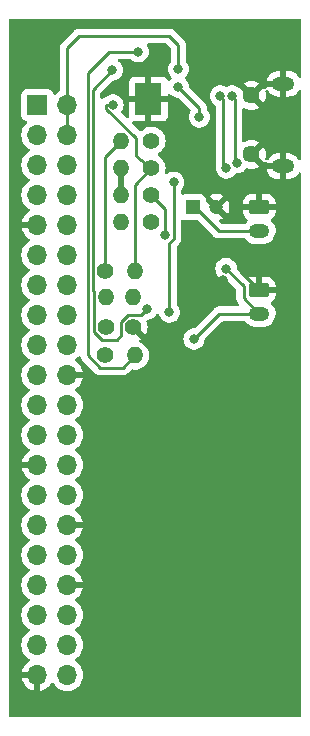
<source format=gbr>
%TF.GenerationSoftware,KiCad,Pcbnew,7.0.2*%
%TF.CreationDate,2024-02-22T17:54:16+01:00*%
%TF.ProjectId,flowsense,666c6f77-7365-46e7-9365-2e6b69636164,rev?*%
%TF.SameCoordinates,Original*%
%TF.FileFunction,Copper,L1,Top*%
%TF.FilePolarity,Positive*%
%FSLAX46Y46*%
G04 Gerber Fmt 4.6, Leading zero omitted, Abs format (unit mm)*
G04 Created by KiCad (PCBNEW 7.0.2) date 2024-02-22 17:54:16*
%MOMM*%
%LPD*%
G01*
G04 APERTURE LIST*
G04 Aperture macros list*
%AMRoundRect*
0 Rectangle with rounded corners*
0 $1 Rounding radius*
0 $2 $3 $4 $5 $6 $7 $8 $9 X,Y pos of 4 corners*
0 Add a 4 corners polygon primitive as box body*
4,1,4,$2,$3,$4,$5,$6,$7,$8,$9,$2,$3,0*
0 Add four circle primitives for the rounded corners*
1,1,$1+$1,$2,$3*
1,1,$1+$1,$4,$5*
1,1,$1+$1,$6,$7*
1,1,$1+$1,$8,$9*
0 Add four rect primitives between the rounded corners*
20,1,$1+$1,$2,$3,$4,$5,0*
20,1,$1+$1,$4,$5,$6,$7,0*
20,1,$1+$1,$6,$7,$8,$9,0*
20,1,$1+$1,$8,$9,$2,$3,0*%
G04 Aperture macros list end*
%TA.AperFunction,ComponentPad*%
%ADD10R,1.700000X1.700000*%
%TD*%
%TA.AperFunction,ComponentPad*%
%ADD11O,1.700000X1.700000*%
%TD*%
%TA.AperFunction,ComponentPad*%
%ADD12C,1.400000*%
%TD*%
%TA.AperFunction,ComponentPad*%
%ADD13O,1.400000X1.400000*%
%TD*%
%TA.AperFunction,ComponentPad*%
%ADD14O,1.900000X1.200000*%
%TD*%
%TA.AperFunction,ComponentPad*%
%ADD15C,1.450000*%
%TD*%
%TA.AperFunction,ComponentPad*%
%ADD16RoundRect,0.250000X-0.625000X0.350000X-0.625000X-0.350000X0.625000X-0.350000X0.625000X0.350000X0*%
%TD*%
%TA.AperFunction,ComponentPad*%
%ADD17O,1.750000X1.200000*%
%TD*%
%TA.AperFunction,ComponentPad*%
%ADD18R,1.200000X1.200000*%
%TD*%
%TA.AperFunction,ComponentPad*%
%ADD19C,1.200000*%
%TD*%
%TA.AperFunction,ComponentPad*%
%ADD20C,0.600000*%
%TD*%
%TA.AperFunction,SMDPad,CuDef*%
%ADD21R,2.300000X2.800000*%
%TD*%
%TA.AperFunction,ViaPad*%
%ADD22C,0.800000*%
%TD*%
%TA.AperFunction,Conductor*%
%ADD23C,0.250000*%
%TD*%
G04 APERTURE END LIST*
D10*
%TO.P,J1,1,Pin_1*%
%TO.N,unconnected-(J1-Pin_1-Pad1)*%
X64008000Y-39624000D03*
D11*
%TO.P,J1,2,Pin_2*%
%TO.N,+5V*%
X66548000Y-39624000D03*
%TO.P,J1,3,Pin_3*%
%TO.N,Net-(D_REC1-A)*%
X64008000Y-42164000D03*
%TO.P,J1,4,Pin_4*%
%TO.N,+5V*%
X66548000Y-42164000D03*
%TO.P,J1,5,Pin_5*%
%TO.N,unconnected-(J1-Pin_5-Pad5)*%
X64008000Y-44704000D03*
%TO.P,J1,6,Pin_6*%
%TO.N,GND*%
X66548000Y-44704000D03*
%TO.P,J1,7,Pin_7*%
%TO.N,unconnected-(J1-Pin_7-Pad7)*%
X64008000Y-47244000D03*
%TO.P,J1,8,Pin_8*%
%TO.N,unconnected-(J1-Pin_8-Pad8)*%
X66548000Y-47244000D03*
%TO.P,J1,9,Pin_9*%
%TO.N,GND*%
X64008000Y-49784000D03*
%TO.P,J1,10,Pin_10*%
%TO.N,unconnected-(J1-Pin_10-Pad10)*%
X66548000Y-49784000D03*
%TO.P,J1,11,Pin_11*%
%TO.N,unconnected-(J1-Pin_11-Pad11)*%
X64008000Y-52324000D03*
%TO.P,J1,12,Pin_12*%
%TO.N,unconnected-(J1-Pin_12-Pad12)*%
X66548000Y-52324000D03*
%TO.P,J1,13,Pin_13*%
%TO.N,unconnected-(J1-Pin_13-Pad13)*%
X64008000Y-54864000D03*
%TO.P,J1,14,Pin_14*%
%TO.N,GND*%
X66548000Y-54864000D03*
%TO.P,J1,15,Pin_15*%
%TO.N,unconnected-(J1-Pin_15-Pad15)*%
X64008000Y-57404000D03*
%TO.P,J1,16,Pin_16*%
%TO.N,unconnected-(J1-Pin_16-Pad16)*%
X66548000Y-57404000D03*
%TO.P,J1,17,Pin_17*%
%TO.N,unconnected-(J1-Pin_17-Pad17)*%
X64008000Y-59944000D03*
%TO.P,J1,18,Pin_18*%
%TO.N,unconnected-(J1-Pin_18-Pad18)*%
X66548000Y-59944000D03*
%TO.P,J1,19,Pin_19*%
%TO.N,unconnected-(J1-Pin_19-Pad19)*%
X64008000Y-62484000D03*
%TO.P,J1,20,Pin_20*%
%TO.N,GND*%
X66548000Y-62484000D03*
%TO.P,J1,21,Pin_21*%
%TO.N,unconnected-(J1-Pin_21-Pad21)*%
X64008000Y-65024000D03*
%TO.P,J1,22,Pin_22*%
%TO.N,unconnected-(J1-Pin_22-Pad22)*%
X66548000Y-65024000D03*
%TO.P,J1,23,Pin_23*%
%TO.N,unconnected-(J1-Pin_23-Pad23)*%
X64008000Y-67564000D03*
%TO.P,J1,24,Pin_24*%
%TO.N,unconnected-(J1-Pin_24-Pad24)*%
X66548000Y-67564000D03*
%TO.P,J1,25,Pin_25*%
%TO.N,GND*%
X64008000Y-70104000D03*
%TO.P,J1,26,Pin_26*%
%TO.N,unconnected-(J1-Pin_26-Pad26)*%
X66548000Y-70104000D03*
%TO.P,J1,27,Pin_27*%
%TO.N,unconnected-(J1-Pin_27-Pad27)*%
X64008000Y-72644000D03*
%TO.P,J1,28,Pin_28*%
%TO.N,unconnected-(J1-Pin_28-Pad28)*%
X66548000Y-72644000D03*
%TO.P,J1,29,Pin_29*%
%TO.N,unconnected-(J1-Pin_29-Pad29)*%
X64008000Y-75184000D03*
%TO.P,J1,30,Pin_30*%
%TO.N,GND*%
X66548000Y-75184000D03*
%TO.P,J1,31,Pin_31*%
%TO.N,unconnected-(J1-Pin_31-Pad31)*%
X64008000Y-77724000D03*
%TO.P,J1,32,Pin_32*%
%TO.N,unconnected-(J1-Pin_32-Pad32)*%
X66548000Y-77724000D03*
%TO.P,J1,33,Pin_33*%
%TO.N,unconnected-(J1-Pin_33-Pad33)*%
X64008000Y-80264000D03*
%TO.P,J1,34,Pin_34*%
%TO.N,GND*%
X66548000Y-80264000D03*
%TO.P,J1,35,Pin_35*%
%TO.N,unconnected-(J1-Pin_35-Pad35)*%
X64008000Y-82804000D03*
%TO.P,J1,36,Pin_36*%
%TO.N,unconnected-(J1-Pin_36-Pad36)*%
X66548000Y-82804000D03*
%TO.P,J1,37,Pin_37*%
%TO.N,unconnected-(J1-Pin_37-Pad37)*%
X64008000Y-85344000D03*
%TO.P,J1,38,Pin_38*%
%TO.N,unconnected-(J1-Pin_38-Pad38)*%
X66548000Y-85344000D03*
%TO.P,J1,39,Pin_39*%
%TO.N,GND*%
X64008000Y-87884000D03*
%TO.P,J1,40,Pin_40*%
%TO.N,unconnected-(J1-Pin_40-Pad40)*%
X66548000Y-87884000D03*
%TD*%
D12*
%TO.P,R8,1*%
%TO.N,Net-(U2-FB)*%
X73660000Y-45000000D03*
D13*
%TO.P,R8,2*%
%TO.N,GND*%
X71120000Y-45000000D03*
%TD*%
D12*
%TO.P,R6,1*%
%TO.N,Net-(U2-PG)*%
X73660000Y-42672000D03*
D13*
%TO.P,R6,2*%
%TO.N,+5V*%
X71120000Y-42672000D03*
%TD*%
D12*
%TO.P,R4,1*%
%TO.N,VDD*%
X69850000Y-58420000D03*
D13*
%TO.P,R4,2*%
%TO.N,Net-(D2-A)*%
X69850000Y-55880000D03*
%TD*%
D14*
%TO.P,J3,6,Shield*%
%TO.N,GND*%
X84836000Y-37815000D03*
D15*
X82136000Y-38815000D03*
X82136000Y-43815000D03*
D14*
X84836000Y-44815000D03*
%TD*%
D12*
%TO.P,R2,1*%
%TO.N,GND*%
X73660000Y-49530000D03*
D13*
%TO.P,R2,2*%
%TO.N,Net-(U1-ISET)*%
X71120000Y-49530000D03*
%TD*%
D12*
%TO.P,R3,1*%
%TO.N,VDD*%
X69723000Y-60833000D03*
D13*
%TO.P,R3,2*%
%TO.N,Net-(D1-A)*%
X72263000Y-60833000D03*
%TD*%
D12*
%TO.P,R1,1*%
%TO.N,GND*%
X72136000Y-58420000D03*
D13*
%TO.P,R1,2*%
%TO.N,Net-(U1-ILIM)*%
X72136000Y-55880000D03*
%TD*%
D12*
%TO.P,R5,1*%
%TO.N,Net-(U1-TS)*%
X73660000Y-47244000D03*
D13*
%TO.P,R5,2*%
%TO.N,GND*%
X71120000Y-47244000D03*
%TD*%
D16*
%TO.P,BATT,1,Pin_1*%
%TO.N,GND*%
X82804000Y-48292000D03*
D17*
%TO.P,BATT,2,Pin_2*%
%TO.N,+BATT*%
X82804000Y-50292000D03*
%TD*%
D16*
%TO.P,SOLAR,1,Pin_1*%
%TO.N,GND*%
X82804000Y-55302400D03*
D17*
%TO.P,SOLAR,2,Pin_2*%
%TO.N,VDD*%
X82804000Y-57302400D03*
%TD*%
D12*
%TO.P,R7,1*%
%TO.N,+5V*%
X69747600Y-53695600D03*
D13*
%TO.P,R7,2*%
%TO.N,Net-(U2-FB)*%
X72287600Y-53695600D03*
%TD*%
D18*
%TO.P,C1,1*%
%TO.N,+BATT*%
X77165200Y-48260000D03*
D19*
%TO.P,C1,2*%
%TO.N,GND*%
X79165200Y-48260000D03*
%TD*%
D20*
%TO.P,U2,11,GND*%
%TO.N,GND*%
X73910000Y-39866000D03*
X73910000Y-38366000D03*
X73410000Y-39116000D03*
D21*
X73410000Y-39116000D03*
D20*
X72910000Y-39866000D03*
X72910000Y-38366000D03*
%TD*%
D22*
%TO.N,GND*%
X78028800Y-55118000D03*
X79760299Y-54453301D03*
X76873700Y-51460400D03*
%TO.N,VDD*%
X79988300Y-53480153D03*
X77271000Y-59445000D03*
%TO.N,Net-(D1-K)*%
X70358000Y-36677600D03*
X73304400Y-56896000D03*
%TO.N,Net-(D1-A)*%
X72542400Y-35102800D03*
%TO.N,+5V*%
X75946000Y-36576000D03*
%TO.N,Net-(D2-K)*%
X79502000Y-38862000D03*
X80010000Y-44958000D03*
%TO.N,Net-(D2-A)*%
X80903982Y-44511010D03*
X80501503Y-38862000D03*
%TO.N,Net-(U2-EN)*%
X75184000Y-57150000D03*
X75539600Y-46177200D03*
%TO.N,Net-(L1-Pad2)*%
X77724000Y-40640000D03*
X75946000Y-38100000D03*
%TO.N,Net-(U1-TS)*%
X74839342Y-50636060D03*
%TO.N,Net-(U2-FB)*%
X70395500Y-39624000D03*
%TD*%
D23*
%TO.N,GND*%
X79760299Y-54453301D02*
X79095600Y-55118000D01*
X81185405Y-51460400D02*
X81185405Y-53683805D01*
X81185405Y-53683805D02*
X82804000Y-55302400D01*
X79095600Y-55118000D02*
X78028800Y-55118000D01*
X76873700Y-51460400D02*
X81185405Y-51460400D01*
%TO.N,+BATT*%
X77317600Y-48260000D02*
X79349600Y-50292000D01*
X79349600Y-50292000D02*
X82804000Y-50292000D01*
X77165200Y-48260000D02*
X77317600Y-48260000D01*
%TO.N,VDD*%
X79413600Y-57302400D02*
X82804000Y-57302400D01*
X81483200Y-55981600D02*
X82804000Y-57302400D01*
X77271000Y-59445000D02*
X79413600Y-57302400D01*
X79988300Y-53480153D02*
X81483200Y-54975053D01*
X81483200Y-54975053D02*
X81483200Y-55981600D01*
%TO.N,Net-(D1-K)*%
X70713600Y-59486800D02*
X69467231Y-59486800D01*
X68722600Y-38313000D02*
X70358000Y-36677600D01*
X71111000Y-59089400D02*
X70713600Y-59486800D01*
X73304400Y-56896000D02*
X72805400Y-57395000D01*
X68722600Y-55329400D02*
X68722600Y-38313000D01*
X68825000Y-58844569D02*
X68825000Y-55431800D01*
X72805400Y-57395000D02*
X71711431Y-57395000D01*
X69467231Y-59486800D02*
X68825000Y-58844569D01*
X68825000Y-55431800D02*
X68722600Y-55329400D01*
X71111000Y-57995431D02*
X71111000Y-59089400D01*
X71711431Y-57395000D02*
X71111000Y-57995431D01*
%TO.N,Net-(D1-A)*%
X68272600Y-36934200D02*
X68272600Y-60832169D01*
X68272600Y-60832169D02*
X69298431Y-61858000D01*
X70104000Y-35102800D02*
X68272600Y-36934200D01*
X71238000Y-61858000D02*
X72263000Y-60833000D01*
X72542400Y-35102800D02*
X70104000Y-35102800D01*
X69298431Y-61858000D02*
X71238000Y-61858000D01*
%TO.N,+5V*%
X75946000Y-36576000D02*
X75946000Y-34544000D01*
X67056000Y-42672000D02*
X66548000Y-42164000D01*
X75184000Y-33782000D02*
X67564000Y-33782000D01*
X75946000Y-34544000D02*
X75184000Y-33782000D01*
X66548000Y-34798000D02*
X66548000Y-39624000D01*
X66548000Y-42164000D02*
X66548000Y-39624000D01*
X69747600Y-53695600D02*
X69747600Y-44044400D01*
X67564000Y-33782000D02*
X66548000Y-34798000D01*
X69747600Y-44044400D02*
X71120000Y-42672000D01*
%TO.N,Net-(D2-K)*%
X79756000Y-44704000D02*
X79756000Y-39624000D01*
X80010000Y-44958000D02*
X79756000Y-44704000D01*
X79756000Y-39116000D02*
X79502000Y-38862000D01*
X79756000Y-39624000D02*
X79756000Y-39116000D01*
%TO.N,Net-(D2-A)*%
X80735000Y-39095497D02*
X80735000Y-44342028D01*
X80501503Y-38862000D02*
X80735000Y-39095497D01*
X80735000Y-44342028D02*
X80903982Y-44511010D01*
%TO.N,Net-(U2-EN)*%
X75184000Y-51316707D02*
X75564342Y-50936365D01*
X75564342Y-50936365D02*
X75564342Y-46201942D01*
X75564342Y-46201942D02*
X75539600Y-46177200D01*
X75184000Y-57150000D02*
X75184000Y-51316707D01*
%TO.N,Net-(L1-Pad2)*%
X75946000Y-38100000D02*
X77724000Y-39878000D01*
X77724000Y-39878000D02*
X77724000Y-40640000D01*
%TO.N,Net-(U1-TS)*%
X74839342Y-48423342D02*
X73660000Y-47244000D01*
X74839342Y-50636060D02*
X74839342Y-48423342D01*
%TO.N,Net-(U2-FB)*%
X73660000Y-45000000D02*
X72390000Y-43942000D01*
X72287600Y-46372400D02*
X72287600Y-53695600D01*
X69850000Y-39922000D02*
X69850000Y-39624000D01*
X69850000Y-39624000D02*
X70395500Y-39624000D01*
X72390000Y-42418000D02*
X69850000Y-39922000D01*
X72390000Y-43942000D02*
X72390000Y-42418000D01*
X73660000Y-45000000D02*
X72287600Y-46372400D01*
%TD*%
%TA.AperFunction,Conductor*%
%TO.N,GND*%
G36*
X71370000Y-46995061D02*
G01*
X71288885Y-46931928D01*
X71178405Y-46894000D01*
X71090995Y-46894000D01*
X71004784Y-46908386D01*
X70902053Y-46963981D01*
X70870000Y-46998799D01*
X70870000Y-45248938D01*
X70951115Y-45312072D01*
X71061595Y-45350000D01*
X71149005Y-45350000D01*
X71235216Y-45335614D01*
X71337947Y-45280019D01*
X71370000Y-45245200D01*
X71370000Y-46995061D01*
G37*
%TD.AperFunction*%
%TA.AperFunction,Conductor*%
G36*
X86302539Y-32328985D02*
G01*
X86348294Y-32381789D01*
X86359500Y-32433300D01*
X86359500Y-37178676D01*
X86339815Y-37245715D01*
X86287011Y-37291470D01*
X86217853Y-37301414D01*
X86154297Y-37272389D01*
X86134493Y-37250604D01*
X86021105Y-37091376D01*
X85869066Y-36946407D01*
X85692344Y-36832833D01*
X85497314Y-36754755D01*
X85291038Y-36715000D01*
X85086000Y-36715000D01*
X85086000Y-37515000D01*
X84586000Y-37515000D01*
X84586000Y-36715000D01*
X84436550Y-36715000D01*
X84430640Y-36715281D01*
X84276879Y-36729964D01*
X84075312Y-36789149D01*
X83888587Y-36885412D01*
X83723461Y-37015269D01*
X83585888Y-37174036D01*
X83480853Y-37355963D01*
X83412143Y-37554488D01*
X83410631Y-37564999D01*
X83410632Y-37565000D01*
X84319889Y-37565000D01*
X84280390Y-37589457D01*
X84212799Y-37678962D01*
X84182105Y-37786840D01*
X84192454Y-37898521D01*
X84242448Y-37998922D01*
X84314931Y-38065000D01*
X83414742Y-38065000D01*
X83423276Y-38100180D01*
X83419951Y-38169971D01*
X83379422Y-38226885D01*
X83314557Y-38252853D01*
X83245950Y-38239629D01*
X83201195Y-38200537D01*
X83161172Y-38143378D01*
X82555804Y-38748747D01*
X82545238Y-38682031D01*
X82484118Y-38562077D01*
X82388923Y-38466882D01*
X82268969Y-38405762D01*
X82202251Y-38395195D01*
X82807620Y-37789825D01*
X82750837Y-37750066D01*
X82556576Y-37659480D01*
X82349529Y-37604002D01*
X82135999Y-37585320D01*
X81922470Y-37604002D01*
X81715422Y-37659480D01*
X81521161Y-37750066D01*
X81464378Y-37789824D01*
X82069748Y-38395194D01*
X82003031Y-38405762D01*
X81883077Y-38466882D01*
X81787882Y-38562077D01*
X81726762Y-38682031D01*
X81716195Y-38748748D01*
X81110825Y-38143378D01*
X81097749Y-38144523D01*
X81029249Y-38130757D01*
X81014064Y-38121318D01*
X80959615Y-38081759D01*
X80954229Y-38077846D01*
X80781305Y-38000855D01*
X80596151Y-37961500D01*
X80596149Y-37961500D01*
X80406857Y-37961500D01*
X80406855Y-37961500D01*
X80221700Y-38000855D01*
X80052187Y-38076328D01*
X79982937Y-38085613D01*
X79951315Y-38076328D01*
X79781802Y-38000855D01*
X79596648Y-37961500D01*
X79596646Y-37961500D01*
X79407354Y-37961500D01*
X79407352Y-37961500D01*
X79222197Y-38000855D01*
X79049269Y-38077848D01*
X78896129Y-38189110D01*
X78769466Y-38329783D01*
X78674820Y-38493715D01*
X78616326Y-38673742D01*
X78596540Y-38862000D01*
X78616326Y-39050257D01*
X78674820Y-39230284D01*
X78769466Y-39394216D01*
X78896129Y-39534889D01*
X79023750Y-39627610D01*
X79049270Y-39646151D01*
X79056934Y-39649563D01*
X79110171Y-39694811D01*
X79130494Y-39761660D01*
X79130500Y-39762843D01*
X79130500Y-44621256D01*
X79128235Y-44641766D01*
X79130439Y-44711872D01*
X79130500Y-44715767D01*
X79130500Y-44731102D01*
X79124432Y-44769418D01*
X79124325Y-44769744D01*
X79110791Y-44898521D01*
X79104540Y-44958000D01*
X79108841Y-44998922D01*
X79124326Y-45146257D01*
X79182820Y-45326284D01*
X79277466Y-45490216D01*
X79404129Y-45630889D01*
X79557269Y-45742151D01*
X79730197Y-45819144D01*
X79915352Y-45858500D01*
X79915354Y-45858500D01*
X80104648Y-45858500D01*
X80228084Y-45832262D01*
X80289803Y-45819144D01*
X80462730Y-45742151D01*
X80485278Y-45725769D01*
X80615870Y-45630889D01*
X80615871Y-45630888D01*
X80742533Y-45490216D01*
X80747722Y-45481227D01*
X80752178Y-45473511D01*
X80802744Y-45425295D01*
X80859565Y-45411510D01*
X80998630Y-45411510D01*
X81131751Y-45383214D01*
X81183785Y-45372154D01*
X81356712Y-45295161D01*
X81377553Y-45280019D01*
X81509852Y-45183899D01*
X81608370Y-45074484D01*
X81636515Y-45043226D01*
X81636515Y-45043224D01*
X81645236Y-45033540D01*
X81646248Y-45034451D01*
X81686424Y-44996139D01*
X81755030Y-44982911D01*
X81775346Y-44986575D01*
X81922470Y-45025997D01*
X82135999Y-45044679D01*
X82349529Y-45025997D01*
X82556578Y-44970518D01*
X82750837Y-44879934D01*
X82807619Y-44840173D01*
X82202251Y-44234805D01*
X82268969Y-44224238D01*
X82388923Y-44163118D01*
X82484118Y-44067923D01*
X82545238Y-43947969D01*
X82555804Y-43881251D01*
X83161173Y-44486619D01*
X83194890Y-44438469D01*
X83249467Y-44394845D01*
X83318966Y-44387653D01*
X83381320Y-44419176D01*
X83416733Y-44479406D01*
X83413962Y-44549221D01*
X83413645Y-44550147D01*
X83412144Y-44554484D01*
X83410631Y-44564999D01*
X83410632Y-44565000D01*
X84319889Y-44565000D01*
X84280390Y-44589457D01*
X84212799Y-44678962D01*
X84182105Y-44786840D01*
X84192454Y-44898521D01*
X84242448Y-44998922D01*
X84314931Y-45065000D01*
X83414742Y-45065000D01*
X83441770Y-45176410D01*
X83529039Y-45367505D01*
X83650892Y-45538621D01*
X83802933Y-45683592D01*
X83979655Y-45797166D01*
X84174685Y-45875244D01*
X84380962Y-45915000D01*
X84586000Y-45915000D01*
X84586000Y-45115000D01*
X85086000Y-45115000D01*
X85086000Y-45915000D01*
X85235450Y-45915000D01*
X85241359Y-45914718D01*
X85395120Y-45900035D01*
X85596687Y-45840850D01*
X85783412Y-45744587D01*
X85948538Y-45614730D01*
X86086112Y-45455961D01*
X86128113Y-45383214D01*
X86178679Y-45334998D01*
X86247286Y-45321774D01*
X86312151Y-45347742D01*
X86352680Y-45404656D01*
X86359500Y-45445213D01*
X86359500Y-91315500D01*
X86339815Y-91382539D01*
X86287011Y-91428294D01*
X86235500Y-91439500D01*
X61719500Y-91439500D01*
X61652461Y-91419815D01*
X61606706Y-91367011D01*
X61595500Y-91315500D01*
X61595500Y-85343999D01*
X62652340Y-85343999D01*
X62672936Y-85579407D01*
X62717709Y-85746501D01*
X62734097Y-85807663D01*
X62833965Y-86021830D01*
X62969505Y-86215401D01*
X63136599Y-86382495D01*
X63322596Y-86512732D01*
X63366219Y-86567307D01*
X63373412Y-86636806D01*
X63341890Y-86699160D01*
X63322595Y-86715880D01*
X63136919Y-86845892D01*
X62969890Y-87012921D01*
X62834400Y-87206421D01*
X62734569Y-87420507D01*
X62677364Y-87633999D01*
X62677364Y-87634000D01*
X63574314Y-87634000D01*
X63548507Y-87674156D01*
X63508000Y-87812111D01*
X63508000Y-87955889D01*
X63548507Y-88093844D01*
X63574314Y-88134000D01*
X62677364Y-88134000D01*
X62734569Y-88347492D01*
X62834399Y-88561576D01*
X62969893Y-88755081D01*
X63136918Y-88922106D01*
X63330423Y-89057600D01*
X63544509Y-89157430D01*
X63758000Y-89214634D01*
X63758000Y-88319501D01*
X63865685Y-88368680D01*
X63972237Y-88384000D01*
X64043763Y-88384000D01*
X64150315Y-88368680D01*
X64257999Y-88319501D01*
X64257999Y-89214633D01*
X64471491Y-89157430D01*
X64685576Y-89057600D01*
X64879081Y-88922106D01*
X65046109Y-88755078D01*
X65176119Y-88569405D01*
X65230696Y-88525780D01*
X65300194Y-88518586D01*
X65362549Y-88550109D01*
X65379265Y-88569400D01*
X65509505Y-88755401D01*
X65676599Y-88922495D01*
X65870170Y-89058035D01*
X66084337Y-89157903D01*
X66296059Y-89214633D01*
X66312592Y-89219063D01*
X66547999Y-89239659D01*
X66547999Y-89239658D01*
X66548000Y-89239659D01*
X66783408Y-89219063D01*
X67011663Y-89157903D01*
X67225830Y-89058035D01*
X67419401Y-88922495D01*
X67586495Y-88755401D01*
X67722035Y-88561830D01*
X67821903Y-88347663D01*
X67883063Y-88119408D01*
X67903659Y-87884000D01*
X67883063Y-87648592D01*
X67821903Y-87420337D01*
X67722035Y-87206171D01*
X67586495Y-87012599D01*
X67419401Y-86845505D01*
X67233839Y-86715573D01*
X67190216Y-86660998D01*
X67183022Y-86591500D01*
X67214545Y-86529145D01*
X67233837Y-86512428D01*
X67419401Y-86382495D01*
X67586495Y-86215401D01*
X67722035Y-86021830D01*
X67821903Y-85807663D01*
X67883063Y-85579408D01*
X67903659Y-85344000D01*
X67883063Y-85108592D01*
X67821903Y-84880337D01*
X67722035Y-84666171D01*
X67586495Y-84472599D01*
X67419401Y-84305505D01*
X67233839Y-84175573D01*
X67190215Y-84120997D01*
X67183023Y-84051498D01*
X67214545Y-83989144D01*
X67233831Y-83972432D01*
X67419401Y-83842495D01*
X67586495Y-83675401D01*
X67722035Y-83481830D01*
X67821903Y-83267663D01*
X67883063Y-83039408D01*
X67903659Y-82804000D01*
X67883063Y-82568592D01*
X67821903Y-82340337D01*
X67722035Y-82126171D01*
X67586495Y-81932599D01*
X67419401Y-81765505D01*
X67233402Y-81635267D01*
X67189780Y-81580692D01*
X67182587Y-81511193D01*
X67214109Y-81448839D01*
X67233405Y-81432119D01*
X67419078Y-81302109D01*
X67586106Y-81135081D01*
X67721600Y-80941576D01*
X67821430Y-80727492D01*
X67878636Y-80514000D01*
X66981686Y-80514000D01*
X67007493Y-80473844D01*
X67048000Y-80335889D01*
X67048000Y-80192111D01*
X67007493Y-80054156D01*
X66981686Y-80014000D01*
X67878636Y-80014000D01*
X67878635Y-80013999D01*
X67821430Y-79800507D01*
X67721599Y-79586421D01*
X67586109Y-79392921D01*
X67419081Y-79225893D01*
X67233404Y-79095880D01*
X67189780Y-79041303D01*
X67182587Y-78971804D01*
X67214109Y-78909450D01*
X67233399Y-78892734D01*
X67419401Y-78762495D01*
X67586495Y-78595401D01*
X67722035Y-78401830D01*
X67821903Y-78187663D01*
X67883063Y-77959408D01*
X67903659Y-77724000D01*
X67883063Y-77488592D01*
X67821903Y-77260337D01*
X67722035Y-77046171D01*
X67586495Y-76852599D01*
X67419401Y-76685505D01*
X67233402Y-76555267D01*
X67189780Y-76500692D01*
X67182587Y-76431193D01*
X67214109Y-76368839D01*
X67233405Y-76352119D01*
X67419078Y-76222109D01*
X67586106Y-76055081D01*
X67721600Y-75861576D01*
X67821430Y-75647492D01*
X67878636Y-75434000D01*
X66981686Y-75434000D01*
X67007493Y-75393844D01*
X67048000Y-75255889D01*
X67048000Y-75112111D01*
X67007493Y-74974156D01*
X66981686Y-74934000D01*
X67878636Y-74934000D01*
X67878635Y-74933999D01*
X67821430Y-74720507D01*
X67721599Y-74506421D01*
X67586109Y-74312921D01*
X67419081Y-74145893D01*
X67233404Y-74015880D01*
X67189780Y-73961303D01*
X67182587Y-73891804D01*
X67214109Y-73829450D01*
X67233399Y-73812734D01*
X67419401Y-73682495D01*
X67586495Y-73515401D01*
X67722035Y-73321830D01*
X67821903Y-73107663D01*
X67883063Y-72879408D01*
X67903659Y-72644000D01*
X67883063Y-72408592D01*
X67821903Y-72180337D01*
X67722035Y-71966171D01*
X67586495Y-71772599D01*
X67419401Y-71605505D01*
X67233839Y-71475573D01*
X67190216Y-71420998D01*
X67183022Y-71351500D01*
X67214545Y-71289145D01*
X67233837Y-71272428D01*
X67419401Y-71142495D01*
X67586495Y-70975401D01*
X67722035Y-70781830D01*
X67821903Y-70567663D01*
X67883063Y-70339408D01*
X67903659Y-70104000D01*
X67883063Y-69868592D01*
X67821903Y-69640337D01*
X67722035Y-69426171D01*
X67586495Y-69232599D01*
X67419401Y-69065505D01*
X67233839Y-68935573D01*
X67190216Y-68880998D01*
X67183022Y-68811500D01*
X67214545Y-68749145D01*
X67233837Y-68732428D01*
X67419401Y-68602495D01*
X67586495Y-68435401D01*
X67722035Y-68241830D01*
X67821903Y-68027663D01*
X67883063Y-67799408D01*
X67903659Y-67564000D01*
X67883063Y-67328592D01*
X67821903Y-67100337D01*
X67722035Y-66886171D01*
X67586495Y-66692599D01*
X67419401Y-66525505D01*
X67233839Y-66395573D01*
X67190216Y-66340998D01*
X67183022Y-66271500D01*
X67214545Y-66209145D01*
X67233837Y-66192428D01*
X67419401Y-66062495D01*
X67586495Y-65895401D01*
X67722035Y-65701830D01*
X67821903Y-65487663D01*
X67883063Y-65259408D01*
X67903659Y-65024000D01*
X67883063Y-64788592D01*
X67821903Y-64560337D01*
X67722035Y-64346171D01*
X67586495Y-64152599D01*
X67419401Y-63985505D01*
X67233402Y-63855267D01*
X67189780Y-63800692D01*
X67182587Y-63731193D01*
X67214109Y-63668839D01*
X67233405Y-63652119D01*
X67419078Y-63522109D01*
X67586106Y-63355081D01*
X67721600Y-63161576D01*
X67821430Y-62947492D01*
X67878636Y-62734000D01*
X66981686Y-62734000D01*
X67007493Y-62693844D01*
X67048000Y-62555889D01*
X67048000Y-62412111D01*
X67007493Y-62274156D01*
X66981686Y-62234000D01*
X67878636Y-62234000D01*
X67878635Y-62233999D01*
X67821430Y-62020507D01*
X67721599Y-61806421D01*
X67586109Y-61612921D01*
X67419081Y-61445893D01*
X67233404Y-61315880D01*
X67189780Y-61261303D01*
X67182587Y-61191804D01*
X67214109Y-61129450D01*
X67233399Y-61112734D01*
X67419401Y-60982495D01*
X67457830Y-60944065D01*
X67519151Y-60910581D01*
X67588842Y-60915565D01*
X67644776Y-60957435D01*
X67660803Y-60986100D01*
X67678014Y-61029571D01*
X67681797Y-61040620D01*
X67693982Y-61082560D01*
X67704180Y-61099804D01*
X67712736Y-61117269D01*
X67720114Y-61135901D01*
X67720115Y-61135902D01*
X67745780Y-61171228D01*
X67752193Y-61180991D01*
X67774426Y-61218585D01*
X67774429Y-61218588D01*
X67774430Y-61218589D01*
X67788595Y-61232754D01*
X67801227Y-61247544D01*
X67813006Y-61263756D01*
X67846658Y-61291595D01*
X67855299Y-61299458D01*
X68797627Y-62241787D01*
X68810527Y-62257888D01*
X68861654Y-62305900D01*
X68864451Y-62308611D01*
X68883960Y-62328120D01*
X68887140Y-62330587D01*
X68896002Y-62338155D01*
X68917134Y-62358000D01*
X68927849Y-62368062D01*
X68945401Y-62377711D01*
X68961669Y-62388397D01*
X68977495Y-62400673D01*
X69017577Y-62418017D01*
X69028064Y-62423155D01*
X69066338Y-62444197D01*
X69074841Y-62446379D01*
X69085739Y-62449178D01*
X69104144Y-62455478D01*
X69122535Y-62463437D01*
X69165681Y-62470270D01*
X69177099Y-62472635D01*
X69219412Y-62483500D01*
X69239447Y-62483500D01*
X69258846Y-62485027D01*
X69278627Y-62488160D01*
X69322105Y-62484050D01*
X69333775Y-62483500D01*
X71155256Y-62483500D01*
X71175762Y-62485764D01*
X71178665Y-62485672D01*
X71178667Y-62485673D01*
X71245872Y-62483561D01*
X71249768Y-62483500D01*
X71273448Y-62483500D01*
X71277350Y-62483500D01*
X71281313Y-62482999D01*
X71292962Y-62482080D01*
X71336627Y-62480709D01*
X71355859Y-62475120D01*
X71374918Y-62471174D01*
X71382099Y-62470267D01*
X71394792Y-62468664D01*
X71435407Y-62452582D01*
X71446444Y-62448803D01*
X71488390Y-62436618D01*
X71505629Y-62426422D01*
X71523102Y-62417862D01*
X71541732Y-62410486D01*
X71577064Y-62384814D01*
X71586830Y-62378400D01*
X71604311Y-62368062D01*
X71624420Y-62356170D01*
X71638585Y-62342004D01*
X71653373Y-62329373D01*
X71669587Y-62317594D01*
X71697438Y-62283926D01*
X71705279Y-62275309D01*
X71933106Y-62047482D01*
X71994427Y-62013999D01*
X72043570Y-62013276D01*
X72151757Y-62033500D01*
X72151759Y-62033500D01*
X72374241Y-62033500D01*
X72374243Y-62033500D01*
X72592940Y-61992618D01*
X72800401Y-61912247D01*
X72989562Y-61795124D01*
X73153981Y-61645236D01*
X73288058Y-61467689D01*
X73387229Y-61268528D01*
X73389372Y-61260998D01*
X73424964Y-61135902D01*
X73448115Y-61054536D01*
X73468643Y-60833000D01*
X73448115Y-60611464D01*
X73423401Y-60524604D01*
X73387230Y-60397473D01*
X73288058Y-60198311D01*
X73153980Y-60020762D01*
X72989562Y-59870875D01*
X72800399Y-59753751D01*
X72701062Y-59715268D01*
X72645660Y-59672696D01*
X72622070Y-59606929D01*
X72637781Y-59538848D01*
X72680578Y-59494216D01*
X72760062Y-59445000D01*
X76365540Y-59445000D01*
X76385326Y-59633257D01*
X76443820Y-59813284D01*
X76538466Y-59977216D01*
X76665129Y-60117889D01*
X76818269Y-60229151D01*
X76991197Y-60306144D01*
X77176352Y-60345500D01*
X77176354Y-60345500D01*
X77365648Y-60345500D01*
X77489083Y-60319262D01*
X77550803Y-60306144D01*
X77723730Y-60229151D01*
X77876871Y-60117888D01*
X78003533Y-59977216D01*
X78098179Y-59813284D01*
X78156674Y-59633256D01*
X78174321Y-59465344D01*
X78200904Y-59400734D01*
X78209951Y-59390638D01*
X79636371Y-57964219D01*
X79697695Y-57930734D01*
X79724053Y-57927900D01*
X81559480Y-57927900D01*
X81626519Y-57947585D01*
X81660487Y-57979972D01*
X81693514Y-58026352D01*
X81845622Y-58171386D01*
X81887896Y-58198554D01*
X82022425Y-58285012D01*
X82061580Y-58300687D01*
X82217543Y-58363125D01*
X82346233Y-58387928D01*
X82423914Y-58402900D01*
X82423915Y-58402900D01*
X83128471Y-58402900D01*
X83131425Y-58402900D01*
X83134376Y-58402618D01*
X83134380Y-58402618D01*
X83191644Y-58397149D01*
X83288218Y-58387928D01*
X83489875Y-58328716D01*
X83676682Y-58232411D01*
X83841886Y-58102492D01*
X83979519Y-57943656D01*
X84084604Y-57761644D01*
X84153344Y-57563033D01*
X84183254Y-57355002D01*
X84173254Y-57145070D01*
X84123704Y-56940824D01*
X84119252Y-56931075D01*
X84036397Y-56749647D01*
X83914487Y-56578449D01*
X83811543Y-56480292D01*
X83776608Y-56419783D01*
X83779933Y-56349992D01*
X83820462Y-56293078D01*
X83832018Y-56285009D01*
X83897346Y-56244715D01*
X84021316Y-56120745D01*
X84113357Y-55971522D01*
X84168506Y-55805096D01*
X84178680Y-55705509D01*
X84179000Y-55699231D01*
X84179000Y-55552400D01*
X83083560Y-55552400D01*
X83122278Y-55510341D01*
X83172551Y-55395730D01*
X83182886Y-55271005D01*
X83152163Y-55149681D01*
X83088606Y-55052400D01*
X84178999Y-55052400D01*
X84178999Y-54905570D01*
X84178678Y-54899288D01*
X84168506Y-54799704D01*
X84113357Y-54633277D01*
X84021316Y-54484054D01*
X83897345Y-54360083D01*
X83748122Y-54268042D01*
X83581696Y-54212893D01*
X83482109Y-54202719D01*
X83475832Y-54202400D01*
X83054000Y-54202400D01*
X83054000Y-55021782D01*
X82984948Y-54968037D01*
X82866576Y-54927400D01*
X82772927Y-54927400D01*
X82680554Y-54942814D01*
X82570486Y-55002381D01*
X82554000Y-55020289D01*
X82554000Y-54202400D01*
X82132171Y-54202400D01*
X82125888Y-54202721D01*
X82026304Y-54212893D01*
X81859878Y-54268042D01*
X81820181Y-54292527D01*
X81752789Y-54310966D01*
X81686125Y-54290043D01*
X81667405Y-54274668D01*
X81396732Y-54003995D01*
X80927260Y-53534522D01*
X80893775Y-53473199D01*
X80891623Y-53459821D01*
X80873974Y-53291897D01*
X80815479Y-53111869D01*
X80815479Y-53111868D01*
X80720833Y-52947936D01*
X80594170Y-52807263D01*
X80441030Y-52696001D01*
X80268102Y-52619008D01*
X80082948Y-52579653D01*
X80082946Y-52579653D01*
X79893654Y-52579653D01*
X79893652Y-52579653D01*
X79708497Y-52619008D01*
X79535569Y-52696001D01*
X79382429Y-52807263D01*
X79255766Y-52947936D01*
X79161120Y-53111868D01*
X79102626Y-53291895D01*
X79082840Y-53480153D01*
X79102626Y-53668410D01*
X79161120Y-53848437D01*
X79255766Y-54012369D01*
X79382429Y-54153042D01*
X79535569Y-54264304D01*
X79708497Y-54341297D01*
X79893652Y-54380653D01*
X79893654Y-54380653D01*
X79952848Y-54380653D01*
X80019887Y-54400338D01*
X80040529Y-54416972D01*
X80821381Y-55197824D01*
X80854866Y-55259147D01*
X80857700Y-55285505D01*
X80857700Y-55898856D01*
X80855435Y-55919366D01*
X80857639Y-55989472D01*
X80857700Y-55993367D01*
X80857700Y-56020950D01*
X80858188Y-56024819D01*
X80858189Y-56024825D01*
X80858204Y-56024943D01*
X80859118Y-56036567D01*
X80860490Y-56080226D01*
X80866079Y-56099460D01*
X80870025Y-56118516D01*
X80872535Y-56138392D01*
X80888614Y-56179004D01*
X80892397Y-56190051D01*
X80904582Y-56231991D01*
X80914780Y-56249235D01*
X80923336Y-56266700D01*
X80930714Y-56285332D01*
X80930715Y-56285333D01*
X80956380Y-56320659D01*
X80962793Y-56330422D01*
X80985026Y-56368016D01*
X80985029Y-56368019D01*
X80985030Y-56368020D01*
X80999195Y-56382185D01*
X81011827Y-56396975D01*
X81023606Y-56413187D01*
X81057258Y-56441026D01*
X81065899Y-56448889D01*
X81082229Y-56465219D01*
X81115714Y-56526542D01*
X81110730Y-56596234D01*
X81068858Y-56652167D01*
X81003394Y-56676584D01*
X80994548Y-56676900D01*
X79496344Y-56676900D01*
X79475837Y-56674635D01*
X79405727Y-56676839D01*
X79401832Y-56676900D01*
X79374250Y-56676900D01*
X79370405Y-56677385D01*
X79370380Y-56677387D01*
X79370253Y-56677404D01*
X79358633Y-56678318D01*
X79314969Y-56679690D01*
X79295729Y-56685280D01*
X79276681Y-56689225D01*
X79256809Y-56691735D01*
X79216199Y-56707813D01*
X79205154Y-56711594D01*
X79163210Y-56723781D01*
X79145965Y-56733979D01*
X79128504Y-56742533D01*
X79109867Y-56749912D01*
X79074531Y-56775585D01*
X79064774Y-56781995D01*
X79027180Y-56804229D01*
X79013013Y-56818396D01*
X78998224Y-56831026D01*
X78982013Y-56842804D01*
X78954172Y-56876458D01*
X78946311Y-56885097D01*
X77323228Y-58508181D01*
X77261905Y-58541666D01*
X77235547Y-58544500D01*
X77176352Y-58544500D01*
X76991197Y-58583855D01*
X76818269Y-58660848D01*
X76665129Y-58772110D01*
X76538466Y-58912783D01*
X76443820Y-59076715D01*
X76385326Y-59256742D01*
X76365540Y-59445000D01*
X72760062Y-59445000D01*
X72789326Y-59426880D01*
X72789326Y-59426879D01*
X72132447Y-58770000D01*
X72165005Y-58770000D01*
X72251216Y-58755614D01*
X72353947Y-58700019D01*
X72433060Y-58614079D01*
X72479982Y-58507108D01*
X72487380Y-58417827D01*
X73144861Y-59075308D01*
X73160632Y-59054424D01*
X73259761Y-58855347D01*
X73320621Y-58641445D01*
X73341140Y-58420000D01*
X73320621Y-58198554D01*
X73259761Y-57984652D01*
X73255339Y-57975771D01*
X73243078Y-57906986D01*
X73269951Y-57842491D01*
X73327427Y-57802764D01*
X73366339Y-57796500D01*
X73399048Y-57796500D01*
X73563027Y-57761645D01*
X73584203Y-57757144D01*
X73757130Y-57680151D01*
X73910271Y-57568888D01*
X74036933Y-57428216D01*
X74083645Y-57347307D01*
X74134210Y-57299094D01*
X74202817Y-57285870D01*
X74267682Y-57311838D01*
X74308211Y-57368751D01*
X74308962Y-57370991D01*
X74356820Y-57518284D01*
X74451466Y-57682216D01*
X74578129Y-57822889D01*
X74731269Y-57934151D01*
X74904197Y-58011144D01*
X75089352Y-58050500D01*
X75089354Y-58050500D01*
X75278648Y-58050500D01*
X75425601Y-58019264D01*
X75463803Y-58011144D01*
X75636730Y-57934151D01*
X75716724Y-57876032D01*
X75789870Y-57822889D01*
X75795680Y-57816437D01*
X75916533Y-57682216D01*
X76011179Y-57518284D01*
X76069674Y-57338256D01*
X76089460Y-57150000D01*
X76069674Y-56961744D01*
X76039332Y-56868363D01*
X76011179Y-56781715D01*
X75916533Y-56617783D01*
X75841350Y-56534284D01*
X75811120Y-56471293D01*
X75809500Y-56451312D01*
X75809500Y-51627159D01*
X75829185Y-51560120D01*
X75845814Y-51539481D01*
X75948130Y-51437165D01*
X75964223Y-51424275D01*
X75966215Y-51422153D01*
X75966219Y-51422151D01*
X76012291Y-51373088D01*
X76014876Y-51370420D01*
X76034462Y-51350836D01*
X76036927Y-51347657D01*
X76044509Y-51338781D01*
X76055914Y-51326636D01*
X76074404Y-51306947D01*
X76084054Y-51289392D01*
X76094742Y-51273122D01*
X76107013Y-51257303D01*
X76107015Y-51257301D01*
X76124368Y-51217197D01*
X76129499Y-51206727D01*
X76150539Y-51168457D01*
X76155517Y-51149064D01*
X76161823Y-51130647D01*
X76163360Y-51127093D01*
X76169780Y-51112261D01*
X76176614Y-51069110D01*
X76178977Y-51057696D01*
X76189842Y-51015384D01*
X76189842Y-50995347D01*
X76191369Y-50975949D01*
X76192379Y-50969572D01*
X76194502Y-50956169D01*
X76190392Y-50912689D01*
X76189842Y-50901020D01*
X76189842Y-49432773D01*
X76209527Y-49365734D01*
X76262331Y-49319979D01*
X76331489Y-49310035D01*
X76357170Y-49316589D01*
X76457717Y-49354091D01*
X76517327Y-49360500D01*
X77482146Y-49360499D01*
X77549185Y-49380183D01*
X77569827Y-49396818D01*
X78848796Y-50675787D01*
X78861696Y-50691888D01*
X78912823Y-50739900D01*
X78915620Y-50742611D01*
X78935129Y-50762120D01*
X78938309Y-50764587D01*
X78947171Y-50772155D01*
X78979018Y-50802062D01*
X78996572Y-50811712D01*
X79012836Y-50822396D01*
X79024572Y-50831499D01*
X79028664Y-50834673D01*
X79053509Y-50845424D01*
X79068752Y-50852021D01*
X79079231Y-50857154D01*
X79117508Y-50878197D01*
X79136906Y-50883177D01*
X79155308Y-50889477D01*
X79173704Y-50897438D01*
X79216861Y-50904273D01*
X79228264Y-50906634D01*
X79270581Y-50917500D01*
X79290616Y-50917500D01*
X79310013Y-50919026D01*
X79329796Y-50922160D01*
X79373274Y-50918050D01*
X79384944Y-50917500D01*
X81559480Y-50917500D01*
X81626519Y-50937185D01*
X81660487Y-50969572D01*
X81693514Y-51015952D01*
X81845622Y-51160986D01*
X81916796Y-51206727D01*
X82022425Y-51274612D01*
X82049635Y-51285505D01*
X82217543Y-51352725D01*
X82346233Y-51377528D01*
X82423914Y-51392500D01*
X82423915Y-51392500D01*
X83128471Y-51392500D01*
X83131425Y-51392500D01*
X83134376Y-51392218D01*
X83134380Y-51392218D01*
X83191644Y-51386749D01*
X83288218Y-51377528D01*
X83489875Y-51318316D01*
X83676682Y-51222011D01*
X83841886Y-51092092D01*
X83979519Y-50933256D01*
X84084604Y-50751244D01*
X84153344Y-50552633D01*
X84183254Y-50344602D01*
X84173254Y-50134670D01*
X84123704Y-49930424D01*
X84114377Y-49910000D01*
X84036397Y-49739247D01*
X83914487Y-49568049D01*
X83811543Y-49469892D01*
X83776608Y-49409383D01*
X83779933Y-49339592D01*
X83820462Y-49282678D01*
X83832018Y-49274609D01*
X83897346Y-49234315D01*
X84021316Y-49110345D01*
X84113357Y-48961122D01*
X84168506Y-48794696D01*
X84178680Y-48695109D01*
X84179000Y-48688831D01*
X84179000Y-48542000D01*
X83083560Y-48542000D01*
X83122278Y-48499941D01*
X83172551Y-48385330D01*
X83182886Y-48260605D01*
X83152163Y-48139281D01*
X83088606Y-48042000D01*
X84178999Y-48042000D01*
X84178999Y-47895170D01*
X84178678Y-47888888D01*
X84168506Y-47789304D01*
X84113357Y-47622877D01*
X84021316Y-47473654D01*
X83897345Y-47349683D01*
X83748122Y-47257642D01*
X83581696Y-47202493D01*
X83482109Y-47192319D01*
X83475832Y-47192000D01*
X83054000Y-47192000D01*
X83054000Y-48011382D01*
X82984948Y-47957637D01*
X82866576Y-47917000D01*
X82772927Y-47917000D01*
X82680554Y-47932414D01*
X82570486Y-47991981D01*
X82554000Y-48009889D01*
X82554000Y-47192000D01*
X82132171Y-47192000D01*
X82125888Y-47192321D01*
X82026304Y-47202493D01*
X81859877Y-47257642D01*
X81710654Y-47349683D01*
X81586683Y-47473654D01*
X81494642Y-47622877D01*
X81439493Y-47789303D01*
X81429319Y-47888890D01*
X81429000Y-47895168D01*
X81429000Y-48042000D01*
X82524440Y-48042000D01*
X82485722Y-48084059D01*
X82435449Y-48198670D01*
X82425114Y-48323395D01*
X82455837Y-48444719D01*
X82519394Y-48542000D01*
X81429001Y-48542000D01*
X81429001Y-48688829D01*
X81429321Y-48695111D01*
X81439493Y-48794695D01*
X81494642Y-48961122D01*
X81586683Y-49110345D01*
X81710653Y-49234315D01*
X81774158Y-49273485D01*
X81820882Y-49325433D01*
X81832105Y-49394395D01*
X81804261Y-49458478D01*
X81785715Y-49476493D01*
X81766115Y-49491907D01*
X81766114Y-49491908D01*
X81651911Y-49623704D01*
X81593135Y-49661477D01*
X81558200Y-49666500D01*
X79660052Y-49666500D01*
X79593013Y-49646815D01*
X79572371Y-49630181D01*
X79455918Y-49513728D01*
X79422433Y-49452405D01*
X79427417Y-49382713D01*
X79469289Y-49326780D01*
X79498806Y-49310420D01*
X79657611Y-49248899D01*
X79745888Y-49194240D01*
X79165200Y-48613553D01*
X79111647Y-48560000D01*
X79193002Y-48560000D01*
X79275450Y-48544588D01*
X79370810Y-48485543D01*
X79438401Y-48396038D01*
X79469095Y-48288160D01*
X79466486Y-48260000D01*
X79518753Y-48260000D01*
X80102665Y-48843912D01*
X80104447Y-48841553D01*
X80195315Y-48659066D01*
X80251103Y-48462992D01*
X80269912Y-48260000D01*
X80251103Y-48057007D01*
X80195314Y-47860931D01*
X80104448Y-47678448D01*
X80102665Y-47676086D01*
X80102665Y-47676085D01*
X79518753Y-48259999D01*
X79518753Y-48260000D01*
X79466486Y-48260000D01*
X79458746Y-48176479D01*
X79408752Y-48076078D01*
X79325866Y-48000516D01*
X79221280Y-47960000D01*
X79137398Y-47960000D01*
X79054950Y-47975412D01*
X78959590Y-48034457D01*
X78891999Y-48123962D01*
X78861305Y-48231840D01*
X78869252Y-48317605D01*
X78302018Y-47750370D01*
X78268533Y-47689047D01*
X78265699Y-47662689D01*
X78265699Y-47615439D01*
X78265699Y-47612128D01*
X78259291Y-47552517D01*
X78208996Y-47417669D01*
X78140191Y-47325758D01*
X78584510Y-47325758D01*
X79165200Y-47906447D01*
X79165201Y-47906447D01*
X79745888Y-47325758D01*
X79745887Y-47325757D01*
X79657614Y-47271101D01*
X79467520Y-47197459D01*
X79267128Y-47160000D01*
X79063272Y-47160000D01*
X78862879Y-47197459D01*
X78672789Y-47271100D01*
X78584510Y-47325758D01*
X78140191Y-47325758D01*
X78122746Y-47302454D01*
X78007531Y-47216204D01*
X77872683Y-47165909D01*
X77872683Y-47165908D01*
X77816366Y-47159854D01*
X77816365Y-47159853D01*
X77813073Y-47159500D01*
X77809750Y-47159500D01*
X76520639Y-47159500D01*
X76520620Y-47159500D01*
X76517328Y-47159501D01*
X76514048Y-47159853D01*
X76514040Y-47159854D01*
X76457715Y-47165909D01*
X76357175Y-47203408D01*
X76287483Y-47208392D01*
X76226160Y-47174906D01*
X76192676Y-47113583D01*
X76189842Y-47087226D01*
X76189842Y-46848408D01*
X76209527Y-46781369D01*
X76221693Y-46765435D01*
X76272133Y-46709416D01*
X76366779Y-46545484D01*
X76413435Y-46401892D01*
X76425274Y-46365456D01*
X76445060Y-46177200D01*
X76425274Y-45988944D01*
X76388330Y-45875244D01*
X76366779Y-45808915D01*
X76272133Y-45644983D01*
X76145470Y-45504310D01*
X75992330Y-45393048D01*
X75819402Y-45316055D01*
X75634248Y-45276700D01*
X75634246Y-45276700D01*
X75444954Y-45276700D01*
X75444952Y-45276700D01*
X75259797Y-45316055D01*
X75086870Y-45393048D01*
X75010975Y-45448188D01*
X74945169Y-45471667D01*
X74877115Y-45455841D01*
X74828421Y-45405735D01*
X74814546Y-45337257D01*
X74818825Y-45313934D01*
X74824167Y-45295161D01*
X74845115Y-45221536D01*
X74865643Y-45000000D01*
X74845115Y-44778464D01*
X74808564Y-44650000D01*
X74784230Y-44564473D01*
X74685058Y-44365311D01*
X74550980Y-44187762D01*
X74386564Y-44037877D01*
X74230790Y-43941426D01*
X74184155Y-43889398D01*
X74173051Y-43820416D01*
X74201004Y-43756382D01*
X74230787Y-43730575D01*
X74386562Y-43634124D01*
X74550981Y-43484236D01*
X74685058Y-43306689D01*
X74784229Y-43107528D01*
X74845115Y-42893536D01*
X74865643Y-42672000D01*
X74845115Y-42450464D01*
X74822227Y-42370021D01*
X74784230Y-42236473D01*
X74685058Y-42037311D01*
X74550980Y-41859762D01*
X74386562Y-41709875D01*
X74197404Y-41592754D01*
X74136174Y-41569033D01*
X73989940Y-41512382D01*
X73771243Y-41471500D01*
X73548757Y-41471500D01*
X73330060Y-41512382D01*
X73122595Y-41592754D01*
X72933440Y-41709874D01*
X72827392Y-41806549D01*
X72764587Y-41837165D01*
X72695200Y-41828967D01*
X72656942Y-41803355D01*
X72066157Y-41222804D01*
X72032138Y-41161776D01*
X72036513Y-41092043D01*
X72077894Y-41035746D01*
X72143143Y-41010758D01*
X72166326Y-41011071D01*
X72208872Y-41015645D01*
X72215482Y-41016000D01*
X73160000Y-41016000D01*
X73660000Y-41016000D01*
X74604518Y-41016000D01*
X74611132Y-41015645D01*
X74667371Y-41009599D01*
X74802089Y-40959352D01*
X74917188Y-40873188D01*
X75003352Y-40758089D01*
X75053599Y-40623371D01*
X75059645Y-40567132D01*
X75060000Y-40560518D01*
X75060000Y-39366000D01*
X74013552Y-39366000D01*
X74093064Y-39445512D01*
X74126549Y-39506835D01*
X74121565Y-39576527D01*
X74093065Y-39620874D01*
X74055746Y-39658193D01*
X74175872Y-39778319D01*
X74209357Y-39839642D01*
X74204373Y-39909334D01*
X74175872Y-39953681D01*
X73660000Y-40469552D01*
X73660000Y-41016000D01*
X73160000Y-41016000D01*
X73160000Y-40469552D01*
X73159999Y-40469551D01*
X72644127Y-39953680D01*
X72610642Y-39892357D01*
X72612527Y-39866000D01*
X72754709Y-39866000D01*
X72775514Y-39943645D01*
X72832355Y-40000486D01*
X72890254Y-40016000D01*
X72929746Y-40016000D01*
X72987645Y-40000486D01*
X73044486Y-39943646D01*
X73065291Y-39866000D01*
X73754709Y-39866000D01*
X73775514Y-39943645D01*
X73832355Y-40000486D01*
X73890254Y-40016000D01*
X73929746Y-40016000D01*
X73987645Y-40000486D01*
X74044486Y-39943646D01*
X74065291Y-39866000D01*
X74044486Y-39788355D01*
X73987645Y-39731514D01*
X73929746Y-39716000D01*
X73890254Y-39716000D01*
X73832355Y-39731514D01*
X73775514Y-39788354D01*
X73754709Y-39866000D01*
X73065291Y-39866000D01*
X73044486Y-39788355D01*
X72987645Y-39731514D01*
X72929746Y-39716000D01*
X72890254Y-39716000D01*
X72832355Y-39731514D01*
X72775514Y-39788354D01*
X72754709Y-39866000D01*
X72612527Y-39866000D01*
X72615626Y-39822666D01*
X72644127Y-39778317D01*
X72764252Y-39658192D01*
X72726934Y-39620874D01*
X72693450Y-39559550D01*
X72698435Y-39489859D01*
X72726935Y-39445511D01*
X72806447Y-39366000D01*
X71760000Y-39366000D01*
X71760000Y-40560518D01*
X71760353Y-40567114D01*
X71765994Y-40619582D01*
X71753588Y-40688342D01*
X71705977Y-40739479D01*
X71638278Y-40756758D01*
X71571984Y-40734693D01*
X71555792Y-40721281D01*
X71445594Y-40612992D01*
X71143205Y-40315841D01*
X71109187Y-40254815D01*
X71113562Y-40185082D01*
X71122731Y-40165399D01*
X71222679Y-39992284D01*
X71237375Y-39947054D01*
X71281174Y-39812256D01*
X71300960Y-39624000D01*
X71281174Y-39435744D01*
X71250832Y-39342363D01*
X71222679Y-39255715D01*
X71142015Y-39116000D01*
X73254709Y-39116000D01*
X73275514Y-39193645D01*
X73332355Y-39250486D01*
X73390254Y-39266000D01*
X73429746Y-39266000D01*
X73487645Y-39250486D01*
X73544486Y-39193646D01*
X73565291Y-39116000D01*
X73544486Y-39038355D01*
X73487645Y-38981514D01*
X73429746Y-38966000D01*
X73390254Y-38966000D01*
X73332355Y-38981514D01*
X73275514Y-39038354D01*
X73254709Y-39116000D01*
X71142015Y-39116000D01*
X71128033Y-39091783D01*
X71001370Y-38951110D01*
X70884225Y-38866000D01*
X71760000Y-38866000D01*
X72806446Y-38866000D01*
X72726934Y-38786488D01*
X72693449Y-38725165D01*
X72698433Y-38655473D01*
X72726934Y-38611125D01*
X72764253Y-38573805D01*
X72644128Y-38453680D01*
X72610643Y-38392357D01*
X72612528Y-38366000D01*
X72754709Y-38366000D01*
X72775514Y-38443645D01*
X72832355Y-38500486D01*
X72890254Y-38516000D01*
X72929746Y-38516000D01*
X72987645Y-38500486D01*
X73044486Y-38443646D01*
X73065291Y-38366000D01*
X73754709Y-38366000D01*
X73775514Y-38443645D01*
X73832355Y-38500486D01*
X73890254Y-38516000D01*
X73929746Y-38516000D01*
X73987645Y-38500486D01*
X74044486Y-38443646D01*
X74065291Y-38366000D01*
X74044486Y-38288355D01*
X73987645Y-38231514D01*
X73929746Y-38216000D01*
X73890254Y-38216000D01*
X73832355Y-38231514D01*
X73775514Y-38288354D01*
X73754709Y-38366000D01*
X73065291Y-38366000D01*
X73044486Y-38288355D01*
X72987645Y-38231514D01*
X72929746Y-38216000D01*
X72890254Y-38216000D01*
X72832355Y-38231514D01*
X72775514Y-38288354D01*
X72754709Y-38366000D01*
X72612528Y-38366000D01*
X72615627Y-38322665D01*
X72644128Y-38278318D01*
X72910000Y-38012447D01*
X73159999Y-37762447D01*
X73160000Y-37762446D01*
X73160000Y-37216000D01*
X72215482Y-37216000D01*
X72208867Y-37216354D01*
X72152628Y-37222400D01*
X72017910Y-37272647D01*
X71902811Y-37358811D01*
X71816647Y-37473910D01*
X71766400Y-37608628D01*
X71760354Y-37664867D01*
X71760000Y-37671481D01*
X71760000Y-38866000D01*
X70884225Y-38866000D01*
X70848230Y-38839848D01*
X70675302Y-38762855D01*
X70490148Y-38723500D01*
X70490146Y-38723500D01*
X70300854Y-38723500D01*
X70300852Y-38723500D01*
X70115697Y-38762855D01*
X69942769Y-38839848D01*
X69789628Y-38951111D01*
X69769641Y-38973309D01*
X69710154Y-39009956D01*
X69693270Y-39013311D01*
X69641619Y-39033760D01*
X69634296Y-39036396D01*
X69581559Y-39053532D01*
X69574656Y-39057913D01*
X69553876Y-39068501D01*
X69546266Y-39071514D01*
X69544980Y-39072449D01*
X69534157Y-39076309D01*
X69531710Y-39077279D01*
X69531676Y-39077194D01*
X69479172Y-39095925D01*
X69411119Y-39080096D01*
X69362427Y-39029988D01*
X69348100Y-38972127D01*
X69348100Y-38623452D01*
X69367785Y-38556413D01*
X69384419Y-38535771D01*
X70305772Y-37614419D01*
X70367095Y-37580934D01*
X70393453Y-37578100D01*
X70452648Y-37578100D01*
X70586127Y-37549728D01*
X70637803Y-37538744D01*
X70810730Y-37461751D01*
X70866858Y-37420972D01*
X70963870Y-37350489D01*
X71008058Y-37301414D01*
X71090533Y-37209816D01*
X71185179Y-37045884D01*
X71243674Y-36865856D01*
X71263460Y-36677600D01*
X71243674Y-36489344D01*
X71185179Y-36309316D01*
X71185179Y-36309315D01*
X71090533Y-36145383D01*
X70963872Y-36004712D01*
X70892170Y-35952618D01*
X70849505Y-35897288D01*
X70843526Y-35827675D01*
X70876132Y-35765880D01*
X70936971Y-35731522D01*
X70965056Y-35728300D01*
X71838653Y-35728300D01*
X71905692Y-35747985D01*
X71930800Y-35769326D01*
X71936529Y-35775688D01*
X72089670Y-35886951D01*
X72089671Y-35886951D01*
X72089672Y-35886952D01*
X72262597Y-35963944D01*
X72447752Y-36003300D01*
X72447754Y-36003300D01*
X72637048Y-36003300D01*
X72760484Y-35977062D01*
X72822203Y-35963944D01*
X72995130Y-35886951D01*
X73076717Y-35827675D01*
X73148270Y-35775689D01*
X73153998Y-35769328D01*
X73274933Y-35635016D01*
X73369579Y-35471084D01*
X73428074Y-35291056D01*
X73447860Y-35102800D01*
X73428074Y-34914544D01*
X73383771Y-34778195D01*
X73369579Y-34734515D01*
X73288164Y-34593500D01*
X73271691Y-34525600D01*
X73294544Y-34459573D01*
X73349465Y-34416382D01*
X73395551Y-34407500D01*
X74873548Y-34407500D01*
X74940587Y-34427185D01*
X74961229Y-34443819D01*
X75284181Y-34766771D01*
X75317666Y-34828094D01*
X75320500Y-34854452D01*
X75320500Y-35877312D01*
X75300815Y-35944351D01*
X75288650Y-35960284D01*
X75213466Y-36043783D01*
X75118820Y-36207715D01*
X75060326Y-36387742D01*
X75040540Y-36576000D01*
X75060326Y-36764257D01*
X75118820Y-36944284D01*
X75213464Y-37108213D01*
X75213467Y-37108216D01*
X75340129Y-37248888D01*
X75340132Y-37248890D01*
X75345657Y-37255026D01*
X75375887Y-37318018D01*
X75367262Y-37387353D01*
X75345657Y-37420972D01*
X75226509Y-37553298D01*
X75167022Y-37589946D01*
X75097165Y-37588615D01*
X75039117Y-37549728D01*
X75018177Y-37513658D01*
X75003352Y-37473911D01*
X74917188Y-37358811D01*
X74802089Y-37272647D01*
X74667371Y-37222400D01*
X74611132Y-37216354D01*
X74604518Y-37216000D01*
X73660000Y-37216000D01*
X73660000Y-37762447D01*
X74175871Y-38278318D01*
X74209356Y-38339641D01*
X74204372Y-38409333D01*
X74175871Y-38453680D01*
X74055746Y-38573805D01*
X74093065Y-38611125D01*
X74126549Y-38672449D01*
X74121564Y-38742140D01*
X74093065Y-38786487D01*
X74013553Y-38865999D01*
X74013553Y-38866000D01*
X75060000Y-38866000D01*
X75060000Y-38784804D01*
X75079685Y-38717765D01*
X75132489Y-38672010D01*
X75201647Y-38662066D01*
X75265203Y-38691091D01*
X75276150Y-38701832D01*
X75340129Y-38772889D01*
X75493269Y-38884151D01*
X75666197Y-38961144D01*
X75851352Y-39000500D01*
X75851354Y-39000500D01*
X75910548Y-39000500D01*
X75977587Y-39020185D01*
X75998229Y-39036819D01*
X76952636Y-39991226D01*
X76986121Y-40052549D01*
X76981137Y-40122241D01*
X76972343Y-40140906D01*
X76896820Y-40271716D01*
X76838326Y-40451742D01*
X76818540Y-40640000D01*
X76838326Y-40828257D01*
X76896820Y-41008284D01*
X76991466Y-41172216D01*
X77118129Y-41312889D01*
X77271269Y-41424151D01*
X77444197Y-41501144D01*
X77629352Y-41540500D01*
X77629354Y-41540500D01*
X77818648Y-41540500D01*
X77950932Y-41512382D01*
X78003803Y-41501144D01*
X78176730Y-41424151D01*
X78329871Y-41312888D01*
X78456533Y-41172216D01*
X78551179Y-41008284D01*
X78609674Y-40828256D01*
X78629460Y-40640000D01*
X78609674Y-40451744D01*
X78565517Y-40315843D01*
X78551179Y-40271715D01*
X78456533Y-40107783D01*
X78383794Y-40026999D01*
X78353564Y-39964008D01*
X78352005Y-39947920D01*
X78351672Y-39937335D01*
X78351673Y-39937333D01*
X78349561Y-39870111D01*
X78349500Y-39866218D01*
X78349500Y-39842541D01*
X78349500Y-39838650D01*
X78348998Y-39834683D01*
X78348081Y-39823027D01*
X78347743Y-39812257D01*
X78346710Y-39779373D01*
X78341118Y-39760126D01*
X78337174Y-39741085D01*
X78334664Y-39721208D01*
X78318579Y-39680583D01*
X78314808Y-39669568D01*
X78302618Y-39627610D01*
X78292414Y-39610355D01*
X78283861Y-39592895D01*
X78276486Y-39574269D01*
X78276486Y-39574268D01*
X78250808Y-39538925D01*
X78244401Y-39529171D01*
X78222170Y-39491580D01*
X78208006Y-39477416D01*
X78195367Y-39462617D01*
X78183595Y-39446413D01*
X78149941Y-39418573D01*
X78141299Y-39410709D01*
X76884960Y-38154369D01*
X76851475Y-38093046D01*
X76849323Y-38079668D01*
X76831674Y-37911744D01*
X76783164Y-37762446D01*
X76773179Y-37731715D01*
X76678535Y-37567786D01*
X76631006Y-37515000D01*
X76551871Y-37427112D01*
X76551867Y-37427109D01*
X76546342Y-37420973D01*
X76516112Y-37357981D01*
X76524737Y-37288646D01*
X76546342Y-37255027D01*
X76551867Y-37248890D01*
X76551871Y-37248888D01*
X76678533Y-37108216D01*
X76773179Y-36944284D01*
X76831674Y-36764256D01*
X76851460Y-36576000D01*
X76831674Y-36387744D01*
X76773179Y-36207716D01*
X76773179Y-36207715D01*
X76678533Y-36043783D01*
X76603350Y-35960284D01*
X76573120Y-35897293D01*
X76571500Y-35877312D01*
X76571500Y-34626743D01*
X76573764Y-34606239D01*
X76573403Y-34594759D01*
X76571561Y-34536112D01*
X76571500Y-34532218D01*
X76571500Y-34508541D01*
X76571500Y-34504650D01*
X76570998Y-34500683D01*
X76570081Y-34489027D01*
X76568710Y-34445373D01*
X76563118Y-34426126D01*
X76559174Y-34407085D01*
X76556664Y-34387208D01*
X76540579Y-34346583D01*
X76536808Y-34335568D01*
X76524618Y-34293610D01*
X76514414Y-34276355D01*
X76505861Y-34258895D01*
X76498486Y-34240269D01*
X76498486Y-34240268D01*
X76472808Y-34204925D01*
X76466401Y-34195171D01*
X76444169Y-34157579D01*
X76430006Y-34143416D01*
X76417367Y-34128617D01*
X76405595Y-34112413D01*
X76371941Y-34084573D01*
X76363299Y-34076709D01*
X75684802Y-33398211D01*
X75671906Y-33382113D01*
X75620775Y-33334098D01*
X75617978Y-33331387D01*
X75601227Y-33314636D01*
X75598471Y-33311880D01*
X75595290Y-33309412D01*
X75586422Y-33301837D01*
X75554582Y-33271938D01*
X75537024Y-33262285D01*
X75520764Y-33251604D01*
X75504936Y-33239327D01*
X75464851Y-33221980D01*
X75454361Y-33216841D01*
X75416091Y-33195802D01*
X75396691Y-33190821D01*
X75378284Y-33184519D01*
X75359897Y-33176562D01*
X75316758Y-33169729D01*
X75305324Y-33167361D01*
X75263019Y-33156500D01*
X75242984Y-33156500D01*
X75223586Y-33154973D01*
X75216162Y-33153797D01*
X75203805Y-33151840D01*
X75203804Y-33151840D01*
X75178468Y-33154235D01*
X75160325Y-33155950D01*
X75148656Y-33156500D01*
X67646744Y-33156500D01*
X67626237Y-33154235D01*
X67556127Y-33156439D01*
X67552232Y-33156500D01*
X67524650Y-33156500D01*
X67520805Y-33156985D01*
X67520780Y-33156987D01*
X67520653Y-33157004D01*
X67509033Y-33157918D01*
X67465369Y-33159290D01*
X67446129Y-33164880D01*
X67427081Y-33168825D01*
X67407209Y-33171335D01*
X67366599Y-33187413D01*
X67355554Y-33191194D01*
X67313610Y-33203381D01*
X67296365Y-33213579D01*
X67278904Y-33222133D01*
X67260267Y-33229512D01*
X67224931Y-33255185D01*
X67215174Y-33261595D01*
X67177580Y-33283829D01*
X67163413Y-33297996D01*
X67148624Y-33310626D01*
X67132413Y-33322404D01*
X67104572Y-33356058D01*
X67096711Y-33364697D01*
X66164208Y-34297199D01*
X66148110Y-34310096D01*
X66100096Y-34361225D01*
X66097392Y-34364016D01*
X66080628Y-34380780D01*
X66080621Y-34380787D01*
X66077880Y-34383529D01*
X66075499Y-34386597D01*
X66075490Y-34386608D01*
X66075411Y-34386711D01*
X66067842Y-34395572D01*
X66037935Y-34427420D01*
X66028285Y-34444974D01*
X66017609Y-34461228D01*
X66005326Y-34477063D01*
X65987975Y-34517158D01*
X65982838Y-34527644D01*
X65961802Y-34565907D01*
X65956821Y-34585309D01*
X65950520Y-34603711D01*
X65942561Y-34622102D01*
X65935728Y-34665242D01*
X65933360Y-34676674D01*
X65922500Y-34718977D01*
X65922500Y-34739016D01*
X65920973Y-34758415D01*
X65917839Y-34778195D01*
X65921949Y-34821671D01*
X65922499Y-34833339D01*
X65922499Y-38348773D01*
X65902814Y-38415812D01*
X65869623Y-38450348D01*
X65676599Y-38585505D01*
X65554673Y-38707431D01*
X65493350Y-38740915D01*
X65423658Y-38735931D01*
X65367725Y-38694059D01*
X65350810Y-38663082D01*
X65340925Y-38636579D01*
X65301796Y-38531669D01*
X65215546Y-38416454D01*
X65100331Y-38330204D01*
X64965483Y-38279909D01*
X64905873Y-38273500D01*
X64902550Y-38273500D01*
X63113439Y-38273500D01*
X63113420Y-38273500D01*
X63110128Y-38273501D01*
X63106848Y-38273853D01*
X63106840Y-38273854D01*
X63050515Y-38279909D01*
X62915669Y-38330204D01*
X62800454Y-38416454D01*
X62714204Y-38531668D01*
X62684569Y-38611125D01*
X62663909Y-38666517D01*
X62657500Y-38726127D01*
X62657500Y-38729448D01*
X62657500Y-38729449D01*
X62657500Y-40518560D01*
X62657500Y-40518578D01*
X62657501Y-40521872D01*
X62657853Y-40525152D01*
X62657854Y-40525159D01*
X62663909Y-40581484D01*
X62671359Y-40601458D01*
X62714204Y-40716331D01*
X62800454Y-40831546D01*
X62915669Y-40917796D01*
X63027087Y-40959352D01*
X63047082Y-40966810D01*
X63103016Y-41008681D01*
X63127433Y-41074146D01*
X63112581Y-41142419D01*
X63091431Y-41170673D01*
X62969503Y-41292601D01*
X62833965Y-41486170D01*
X62734097Y-41700336D01*
X62672936Y-41928592D01*
X62652340Y-42164000D01*
X62672936Y-42399407D01*
X62686617Y-42450464D01*
X62734097Y-42627663D01*
X62833965Y-42841830D01*
X62969505Y-43035401D01*
X63136599Y-43202495D01*
X63322160Y-43332426D01*
X63365783Y-43387002D01*
X63372976Y-43456501D01*
X63341454Y-43518855D01*
X63322158Y-43535575D01*
X63181418Y-43634123D01*
X63136595Y-43665508D01*
X62969505Y-43832598D01*
X62833965Y-44026170D01*
X62734097Y-44240336D01*
X62672936Y-44468592D01*
X62652340Y-44704000D01*
X62672936Y-44939407D01*
X62701144Y-45044679D01*
X62734097Y-45167663D01*
X62833965Y-45381830D01*
X62969505Y-45575401D01*
X63136599Y-45742495D01*
X63322160Y-45872426D01*
X63365783Y-45927002D01*
X63372976Y-45996501D01*
X63341454Y-46058855D01*
X63322159Y-46075575D01*
X63136595Y-46205508D01*
X62969505Y-46372598D01*
X62833965Y-46566170D01*
X62734097Y-46780336D01*
X62672936Y-47008592D01*
X62652340Y-47243999D01*
X62672936Y-47479407D01*
X62703641Y-47594000D01*
X62734097Y-47707663D01*
X62833965Y-47921830D01*
X62969505Y-48115401D01*
X63136599Y-48282495D01*
X63322596Y-48412732D01*
X63366219Y-48467307D01*
X63373412Y-48536806D01*
X63341890Y-48599160D01*
X63322595Y-48615880D01*
X63136919Y-48745892D01*
X62969890Y-48912921D01*
X62834400Y-49106421D01*
X62734569Y-49320507D01*
X62677364Y-49533999D01*
X62677364Y-49534000D01*
X63574314Y-49534000D01*
X63548507Y-49574156D01*
X63508000Y-49712111D01*
X63508000Y-49855889D01*
X63548507Y-49993844D01*
X63574314Y-50034000D01*
X62677364Y-50034000D01*
X62734569Y-50247492D01*
X62834399Y-50461576D01*
X62969893Y-50655081D01*
X63136918Y-50822106D01*
X63322595Y-50952119D01*
X63366219Y-51006696D01*
X63373412Y-51076195D01*
X63341890Y-51138549D01*
X63322595Y-51155269D01*
X63227281Y-51222009D01*
X63152155Y-51274613D01*
X63136595Y-51285508D01*
X62969505Y-51452598D01*
X62833965Y-51646170D01*
X62734097Y-51860336D01*
X62672936Y-52088592D01*
X62652340Y-52323999D01*
X62672936Y-52559407D01*
X62709537Y-52696002D01*
X62734097Y-52787663D01*
X62833965Y-53001830D01*
X62969505Y-53195401D01*
X63136599Y-53362495D01*
X63322160Y-53492426D01*
X63365783Y-53547002D01*
X63372976Y-53616501D01*
X63341454Y-53678855D01*
X63322159Y-53695575D01*
X63136595Y-53825508D01*
X62969505Y-53992598D01*
X62833965Y-54186170D01*
X62734097Y-54400336D01*
X62672936Y-54628592D01*
X62652340Y-54864000D01*
X62672936Y-55099407D01*
X62686407Y-55149681D01*
X62734097Y-55327663D01*
X62833965Y-55541830D01*
X62969505Y-55735401D01*
X63136599Y-55902495D01*
X63322160Y-56032426D01*
X63365783Y-56087002D01*
X63372976Y-56156501D01*
X63341454Y-56218855D01*
X63322158Y-56235575D01*
X63139059Y-56363783D01*
X63136595Y-56365508D01*
X62969505Y-56532598D01*
X62833965Y-56726170D01*
X62734097Y-56940336D01*
X62672936Y-57168592D01*
X62652340Y-57403999D01*
X62672936Y-57639407D01*
X62705690Y-57761645D01*
X62734097Y-57867663D01*
X62833965Y-58081830D01*
X62969505Y-58275401D01*
X63136599Y-58442495D01*
X63322160Y-58572426D01*
X63365783Y-58627002D01*
X63372976Y-58696501D01*
X63341454Y-58758855D01*
X63322158Y-58775575D01*
X63208233Y-58855347D01*
X63136595Y-58905508D01*
X62969505Y-59072598D01*
X62833965Y-59266170D01*
X62734097Y-59480336D01*
X62672936Y-59708592D01*
X62652340Y-59944000D01*
X62672936Y-60179407D01*
X62679950Y-60205583D01*
X62734097Y-60407663D01*
X62833965Y-60621830D01*
X62969505Y-60815401D01*
X63136599Y-60982495D01*
X63322160Y-61112426D01*
X63365783Y-61167002D01*
X63372976Y-61236501D01*
X63341454Y-61298855D01*
X63322159Y-61315575D01*
X63136595Y-61445508D01*
X62969505Y-61612598D01*
X62833965Y-61806170D01*
X62734097Y-62020336D01*
X62672936Y-62248592D01*
X62652340Y-62483999D01*
X62672936Y-62719407D01*
X62698496Y-62814798D01*
X62734097Y-62947663D01*
X62833965Y-63161830D01*
X62969505Y-63355401D01*
X63136599Y-63522495D01*
X63322160Y-63652426D01*
X63365783Y-63707002D01*
X63372976Y-63776501D01*
X63341454Y-63838855D01*
X63322159Y-63855575D01*
X63136595Y-63985508D01*
X62969505Y-64152598D01*
X62833965Y-64346170D01*
X62734097Y-64560336D01*
X62672936Y-64788592D01*
X62652340Y-65024000D01*
X62672936Y-65259407D01*
X62717709Y-65426502D01*
X62734097Y-65487663D01*
X62833965Y-65701830D01*
X62969505Y-65895401D01*
X63136599Y-66062495D01*
X63322160Y-66192426D01*
X63365783Y-66247002D01*
X63372976Y-66316501D01*
X63341454Y-66378855D01*
X63322159Y-66395575D01*
X63136595Y-66525508D01*
X62969505Y-66692598D01*
X62833965Y-66886170D01*
X62734097Y-67100336D01*
X62672936Y-67328592D01*
X62652340Y-67564000D01*
X62672936Y-67799407D01*
X62717709Y-67966502D01*
X62734097Y-68027663D01*
X62833965Y-68241830D01*
X62969505Y-68435401D01*
X63136599Y-68602495D01*
X63322596Y-68732732D01*
X63366219Y-68787307D01*
X63373412Y-68856806D01*
X63341890Y-68919160D01*
X63322595Y-68935880D01*
X63136919Y-69065892D01*
X62969890Y-69232921D01*
X62834400Y-69426421D01*
X62734569Y-69640507D01*
X62677364Y-69853999D01*
X62677364Y-69854000D01*
X63574314Y-69854000D01*
X63548507Y-69894156D01*
X63508000Y-70032111D01*
X63508000Y-70175889D01*
X63548507Y-70313844D01*
X63574314Y-70354000D01*
X62677364Y-70354000D01*
X62734569Y-70567492D01*
X62834399Y-70781576D01*
X62969893Y-70975081D01*
X63136918Y-71142106D01*
X63322595Y-71272119D01*
X63366219Y-71326696D01*
X63373412Y-71396195D01*
X63341890Y-71458549D01*
X63322595Y-71475269D01*
X63136595Y-71605508D01*
X62969505Y-71772598D01*
X62833965Y-71966170D01*
X62734097Y-72180336D01*
X62672936Y-72408592D01*
X62652340Y-72644000D01*
X62672936Y-72879407D01*
X62717709Y-73046501D01*
X62734097Y-73107663D01*
X62833965Y-73321830D01*
X62969505Y-73515401D01*
X63136599Y-73682495D01*
X63322160Y-73812426D01*
X63365783Y-73867002D01*
X63372976Y-73936501D01*
X63341454Y-73998855D01*
X63322159Y-74015575D01*
X63136595Y-74145508D01*
X62969505Y-74312598D01*
X62833965Y-74506170D01*
X62734097Y-74720336D01*
X62672936Y-74948592D01*
X62652340Y-75183999D01*
X62672936Y-75419407D01*
X62698496Y-75514798D01*
X62734097Y-75647663D01*
X62833965Y-75861830D01*
X62969505Y-76055401D01*
X63136599Y-76222495D01*
X63322160Y-76352426D01*
X63365783Y-76407002D01*
X63372976Y-76476501D01*
X63341454Y-76538855D01*
X63322159Y-76555575D01*
X63136595Y-76685508D01*
X62969505Y-76852598D01*
X62833965Y-77046170D01*
X62734097Y-77260336D01*
X62672936Y-77488592D01*
X62652340Y-77724000D01*
X62672936Y-77959407D01*
X62717709Y-78126501D01*
X62734097Y-78187663D01*
X62833965Y-78401830D01*
X62969505Y-78595401D01*
X63136599Y-78762495D01*
X63322160Y-78892426D01*
X63365783Y-78947002D01*
X63372976Y-79016501D01*
X63341454Y-79078855D01*
X63322159Y-79095575D01*
X63136595Y-79225508D01*
X62969505Y-79392598D01*
X62833965Y-79586170D01*
X62734097Y-79800336D01*
X62672936Y-80028592D01*
X62652340Y-80263999D01*
X62672936Y-80499407D01*
X62698496Y-80594798D01*
X62734097Y-80727663D01*
X62833965Y-80941830D01*
X62969505Y-81135401D01*
X63136599Y-81302495D01*
X63322160Y-81432426D01*
X63365783Y-81487002D01*
X63372976Y-81556501D01*
X63341454Y-81618855D01*
X63322159Y-81635575D01*
X63136595Y-81765508D01*
X62969505Y-81932598D01*
X62833965Y-82126170D01*
X62734097Y-82340336D01*
X62672936Y-82568592D01*
X62652340Y-82804000D01*
X62672936Y-83039407D01*
X62717709Y-83206501D01*
X62734097Y-83267663D01*
X62833965Y-83481830D01*
X62969505Y-83675401D01*
X63136599Y-83842495D01*
X63322160Y-83972426D01*
X63365783Y-84027002D01*
X63372976Y-84096501D01*
X63341454Y-84158855D01*
X63322159Y-84175575D01*
X63136595Y-84305508D01*
X62969505Y-84472598D01*
X62833965Y-84666170D01*
X62734097Y-84880336D01*
X62672936Y-85108592D01*
X62652340Y-85343999D01*
X61595500Y-85343999D01*
X61595500Y-32433300D01*
X61615185Y-32366261D01*
X61667989Y-32320506D01*
X61719500Y-32309300D01*
X86235500Y-32309300D01*
X86302539Y-32328985D01*
G37*
%TD.AperFunction*%
%TA.AperFunction,Conductor*%
G36*
X85086000Y-38915000D02*
G01*
X85235450Y-38915000D01*
X85241359Y-38914718D01*
X85395120Y-38900035D01*
X85596687Y-38840850D01*
X85783412Y-38744587D01*
X85948538Y-38614730D01*
X86086112Y-38455961D01*
X86128113Y-38383214D01*
X86178679Y-38334998D01*
X86247286Y-38321774D01*
X86312151Y-38347742D01*
X86352680Y-38404656D01*
X86359500Y-38445213D01*
X86359500Y-44178676D01*
X86339815Y-44245715D01*
X86287011Y-44291470D01*
X86217853Y-44301414D01*
X86154297Y-44272389D01*
X86134493Y-44250604D01*
X86021105Y-44091376D01*
X85869066Y-43946407D01*
X85692344Y-43832833D01*
X85497314Y-43754755D01*
X85291038Y-43715000D01*
X85086000Y-43715000D01*
X85086000Y-44515000D01*
X84586000Y-44515000D01*
X84586000Y-43715000D01*
X84436550Y-43715000D01*
X84430640Y-43715281D01*
X84276879Y-43729964D01*
X84075312Y-43789149D01*
X83888587Y-43885412D01*
X83723461Y-44015269D01*
X83585890Y-44174035D01*
X83538294Y-44256473D01*
X83487726Y-44304688D01*
X83419119Y-44317910D01*
X83354255Y-44291942D01*
X83313727Y-44235028D01*
X83310403Y-44165237D01*
X83311132Y-44162377D01*
X83346997Y-44028527D01*
X83365679Y-43814999D01*
X83346997Y-43601470D01*
X83291519Y-43394423D01*
X83200932Y-43200159D01*
X83161173Y-43143378D01*
X82555804Y-43748747D01*
X82545238Y-43682031D01*
X82484118Y-43562077D01*
X82388923Y-43466882D01*
X82268969Y-43405762D01*
X82202251Y-43395195D01*
X82807620Y-42789825D01*
X82750837Y-42750066D01*
X82556576Y-42659480D01*
X82349529Y-42604002D01*
X82136000Y-42585320D01*
X81922470Y-42604002D01*
X81715422Y-42659480D01*
X81536905Y-42742725D01*
X81467827Y-42753217D01*
X81404043Y-42724697D01*
X81365804Y-42666221D01*
X81360500Y-42630343D01*
X81360500Y-39999656D01*
X81380185Y-39932617D01*
X81432989Y-39886862D01*
X81502147Y-39876918D01*
X81536905Y-39887274D01*
X81715424Y-39970519D01*
X81922470Y-40025997D01*
X82135999Y-40044679D01*
X82349529Y-40025997D01*
X82556578Y-39970518D01*
X82750837Y-39879934D01*
X82807620Y-39840173D01*
X82202251Y-39234804D01*
X82268969Y-39224238D01*
X82388923Y-39163118D01*
X82484118Y-39067923D01*
X82545238Y-38947969D01*
X82555804Y-38881251D01*
X83161173Y-39486619D01*
X83200934Y-39429837D01*
X83291518Y-39235578D01*
X83346997Y-39028529D01*
X83365679Y-38814999D01*
X83346997Y-38601470D01*
X83314545Y-38480355D01*
X83316208Y-38410505D01*
X83355370Y-38352642D01*
X83419599Y-38325138D01*
X83488501Y-38336724D01*
X83535327Y-38376334D01*
X83650892Y-38538621D01*
X83802933Y-38683592D01*
X83979655Y-38797166D01*
X84174685Y-38875244D01*
X84380962Y-38915000D01*
X84586000Y-38915000D01*
X84586000Y-38115000D01*
X85086000Y-38115000D01*
X85086000Y-38915000D01*
G37*
%TD.AperFunction*%
%TD*%
M02*

</source>
